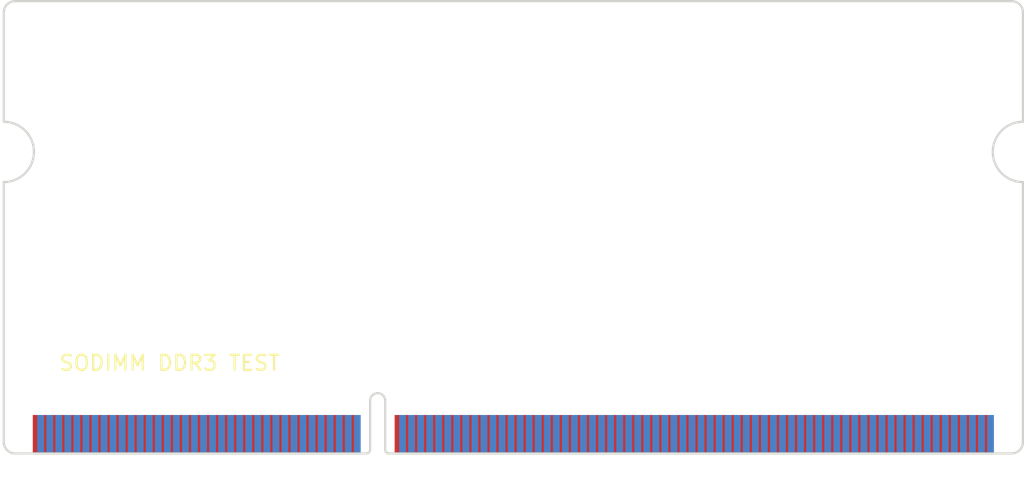
<source format=kicad_pcb>
(kicad_pcb (version 20221018) (generator pcbnew)
  (layers (0 "F.Cu" signal) (31 "B.Cu" signal) (34 "B.Paste" user) (35 "F.Paste" user) (36 "B.SilkS" user "B.Silkscreen") (37 "F.SilkS" user "F.Silkscreen") (38 "B.Mask" user) (39 "F.Mask" user) (44 "Edge.Cuts" user))
  (net 0 "")
  (footprint "SODIMM:SODIMM_DDR3_EDGE" (layer "F.Cu") (at 100 100)
    (fp_text reference "SODIMM DDR3 TEST" (at 11 -6) (layer "F.SilkS"))
    (fp_text value "SODIMM DDR3 EDGE")
    (pad "" np_thru_hole circle (at 2 -6) (size 1.8 1.8) (drill 1.8) (layers "*.Cu" "*.Mask"))
    (pad "" np_thru_hole circle (at 65.6 -6) (size 1.8 1.8) (drill 1.8) (layers "*.Cu" "*.Mask"))
    (pad "1" smd rect (at 2.15 -1.3) (size 0.45 2.5) (layers "F.Cu" "F.Mask"))
    (pad "2" smd rect (at 2.45 -1.3) (size 0.45 2.5) (layers "B.Cu" "B.Mask"))
    (pad "3" smd rect (at 2.75 -1.3) (size 0.45 2.5) (layers "F.Cu" "F.Mask"))
    (pad "4" smd rect (at 3.05 -1.3) (size 0.45 2.5) (layers "B.Cu" "B.Mask"))
    (pad "5" smd rect (at 3.35 -1.3) (size 0.45 2.5) (layers "F.Cu" "F.Mask"))
    (pad "6" smd rect (at 3.65 -1.3) (size 0.45 2.5) (layers "B.Cu" "B.Mask"))
    (pad "7" smd rect (at 3.95 -1.3) (size 0.45 2.5) (layers "F.Cu" "F.Mask"))
    (pad "8" smd rect (at 4.25 -1.3) (size 0.45 2.5) (layers "B.Cu" "B.Mask"))
    (pad "9" smd rect (at 4.55 -1.3) (size 0.45 2.5) (layers "F.Cu" "F.Mask"))
    (pad "10" smd rect (at 4.85 -1.3) (size 0.45 2.5) (layers "B.Cu" "B.Mask"))
    (pad "11" smd rect (at 5.15 -1.3) (size 0.45 2.5) (layers "F.Cu" "F.Mask"))
    (pad "12" smd rect (at 5.45 -1.3) (size 0.45 2.5) (layers "B.Cu" "B.Mask"))
    (pad "13" smd rect (at 5.75 -1.3) (size 0.45 2.5) (layers "F.Cu" "F.Mask"))
    (pad "14" smd rect (at 6.05 -1.3) (size 0.45 2.5) (layers "B.Cu" "B.Mask"))
    (pad "15" smd rect (at 6.35 -1.3) (size 0.45 2.5) (layers "F.Cu" "F.Mask"))
    (pad "16" smd rect (at 6.65 -1.3) (size 0.45 2.5) (layers "B.Cu" "B.Mask"))
    (pad "17" smd rect (at 6.95 -1.3) (size 0.45 2.5) (layers "F.Cu" "F.Mask"))
    (pad "18" smd rect (at 7.25 -1.3) (size 0.45 2.5) (layers "B.Cu" "B.Mask"))
    (pad "19" smd rect (at 7.55 -1.3) (size 0.45 2.5) (layers "F.Cu" "F.Mask"))
    (pad "20" smd rect (at 7.85 -1.3) (size 0.45 2.5) (layers "B.Cu" "B.Mask"))
    (pad "21" smd rect (at 8.15 -1.3) (size 0.45 2.5) (layers "F.Cu" "F.Mask"))
    (pad "22" smd rect (at 8.45 -1.3) (size 0.45 2.5) (layers "B.Cu" "B.Mask"))
    (pad "23" smd rect (at 8.75 -1.3) (size 0.45 2.5) (layers "F.Cu" "F.Mask"))
    (pad "24" smd rect (at 9.05 -1.3) (size 0.45 2.5) (layers "B.Cu" "B.Mask"))
    (pad "25" smd rect (at 9.35 -1.3) (size 0.45 2.5) (layers "F.Cu" "F.Mask"))
    (pad "26" smd rect (at 9.65 -1.3) (size 0.45 2.5) (layers "B.Cu" "B.Mask"))
    (pad "27" smd rect (at 9.95 -1.3) (size 0.45 2.5) (layers "F.Cu" "F.Mask"))
    (pad "28" smd rect (at 10.25 -1.3) (size 0.45 2.5) (layers "B.Cu" "B.Mask"))
    (pad "29" smd rect (at 10.55 -1.3) (size 0.45 2.5) (layers "F.Cu" "F.Mask"))
    (pad "30" smd rect (at 10.85 -1.3) (size 0.45 2.5) (layers "B.Cu" "B.Mask"))
    (pad "31" smd rect (at 11.15 -1.3) (size 0.45 2.5) (layers "F.Cu" "F.Mask"))
    (pad "32" smd rect (at 11.45 -1.3) (size 0.45 2.5) (layers "B.Cu" "B.Mask"))
    (pad "33" smd rect (at 11.75 -1.3) (size 0.45 2.5) (layers "F.Cu" "F.Mask"))
    (pad "34" smd rect (at 12.05 -1.3) (size 0.45 2.5) (layers "B.Cu" "B.Mask"))
    (pad "35" smd rect (at 12.35 -1.3) (size 0.45 2.5) (layers "F.Cu" "F.Mask"))
    (pad "36" smd rect (at 12.65 -1.3) (size 0.45 2.5) (layers "B.Cu" "B.Mask"))
    (pad "37" smd rect (at 12.95 -1.3) (size 0.45 2.5) (layers "F.Cu" "F.Mask"))
    (pad "38" smd rect (at 13.25 -1.3) (size 0.45 2.5) (layers "B.Cu" "B.Mask"))
    (pad "39" smd rect (at 13.55 -1.3) (size 0.45 2.5) (layers "F.Cu" "F.Mask"))
    (pad "40" smd rect (at 13.85 -1.3) (size 0.45 2.5) (layers "B.Cu" "B.Mask"))
    (pad "41" smd rect (at 14.15 -1.3) (size 0.45 2.5) (layers "F.Cu" "F.Mask"))
    (pad "42" smd rect (at 14.45 -1.3) (size 0.45 2.5) (layers "B.Cu" "B.Mask"))
    (pad "43" smd rect (at 14.75 -1.3) (size 0.45 2.5) (layers "F.Cu" "F.Mask"))
    (pad "44" smd rect (at 15.05 -1.3) (size 0.45 2.5) (layers "B.Cu" "B.Mask"))
    (pad "45" smd rect (at 15.35 -1.3) (size 0.45 2.5) (layers "F.Cu" "F.Mask"))
    (pad "46" smd rect (at 15.65 -1.3) (size 0.45 2.5) (layers "B.Cu" "B.Mask"))
    (pad "47" smd rect (at 15.95 -1.3) (size 0.45 2.5) (layers "F.Cu" "F.Mask"))
    (pad "48" smd rect (at 16.25 -1.3) (size 0.45 2.5) (layers "B.Cu" "B.Mask"))
    (pad "49" smd rect (at 16.55 -1.3) (size 0.45 2.5) (layers "F.Cu" "F.Mask"))
    (pad "50" smd rect (at 16.85 -1.3) (size 0.45 2.5) (layers "B.Cu" "B.Mask"))
    (pad "51" smd rect (at 17.15 -1.3) (size 0.45 2.5) (layers "F.Cu" "F.Mask"))
    (pad "52" smd rect (at 17.45 -1.3) (size 0.45 2.5) (layers "B.Cu" "B.Mask"))
    (pad "53" smd rect (at 17.75 -1.3) (size 0.45 2.5) (layers "F.Cu" "F.Mask"))
    (pad "54" smd rect (at 18.05 -1.3) (size 0.45 2.5) (layers "B.Cu" "B.Mask"))
    (pad "55" smd rect (at 18.35 -1.3) (size 0.45 2.5) (layers "F.Cu" "F.Mask"))
    (pad "56" smd rect (at 18.65 -1.3) (size 0.45 2.5) (layers "B.Cu" "B.Mask"))
    (pad "57" smd rect (at 18.95 -1.3) (size 0.45 2.5) (layers "F.Cu" "F.Mask"))
    (pad "58" smd rect (at 19.25 -1.3) (size 0.45 2.5) (layers "B.Cu" "B.Mask"))
    (pad "59" smd rect (at 19.55 -1.3) (size 0.45 2.5) (layers "F.Cu" "F.Mask"))
    (pad "60" smd rect (at 19.85 -1.3) (size 0.45 2.5) (layers "B.Cu" "B.Mask"))
    (pad "61" smd rect (at 20.15 -1.3) (size 0.45 2.5) (layers "F.Cu" "F.Mask"))
    (pad "62" smd rect (at 20.45 -1.3) (size 0.45 2.5) (layers "B.Cu" "B.Mask"))
    (pad "63" smd rect (at 20.75 -1.3) (size 0.45 2.5) (layers "F.Cu" "F.Mask"))
    (pad "64" smd rect (at 21.05 -1.3) (size 0.45 2.5) (layers "B.Cu" "B.Mask"))
    (pad "65" smd rect (at 21.35 -1.3) (size 0.45 2.5) (layers "F.Cu" "F.Mask"))
    (pad "66" smd rect (at 21.65 -1.3) (size 0.45 2.5) (layers "B.Cu" "B.Mask"))
    (pad "67" smd rect (at 21.95 -1.3) (size 0.45 2.5) (layers "F.Cu" "F.Mask"))
    (pad "68" smd rect (at 22.25 -1.3) (size 0.45 2.5) (layers "B.Cu" "B.Mask"))
    (pad "69" smd rect (at 22.55 -1.3) (size 0.45 2.5) (layers "F.Cu" "F.Mask"))
    (pad "70" smd rect (at 22.85 -1.3) (size 0.45 2.5) (layers "B.Cu" "B.Mask"))
    (pad "71" smd rect (at 23.15 -1.3) (size 0.45 2.5) (layers "F.Cu" "F.Mask"))
    (pad "72" smd rect (at 23.45 -1.3) (size 0.45 2.5) (layers "B.Cu" "B.Mask"))
    (pad "73" smd rect (at 26.15 -1.3) (size 0.45 2.5) (layers "F.Cu" "F.Mask"))
    (pad "74" smd rect (at 26.45 -1.3) (size 0.45 2.5) (layers "B.Cu" "B.Mask"))
    (pad "75" smd rect (at 26.75 -1.3) (size 0.45 2.5) (layers "F.Cu" "F.Mask"))
    (pad "76" smd rect (at 27.05 -1.3) (size 0.45 2.5) (layers "B.Cu" "B.Mask"))
    (pad "77" smd rect (at 27.35 -1.3) (size 0.45 2.5) (layers "F.Cu" "F.Mask"))
    (pad "78" smd rect (at 27.65 -1.3) (size 0.45 2.5) (layers "B.Cu" "B.Mask"))
    (pad "79" smd rect (at 27.95 -1.3) (size 0.45 2.5) (layers "F.Cu" "F.Mask"))
    (pad "80" smd rect (at 28.25 -1.3) (size 0.45 2.5) (layers "B.Cu" "B.Mask"))
    (pad "81" smd rect (at 28.55 -1.3) (size 0.45 2.5) (layers "F.Cu" "F.Mask"))
    (pad "82" smd rect (at 28.85 -1.3) (size 0.45 2.5) (layers "B.Cu" "B.Mask"))
    (pad "83" smd rect (at 29.15 -1.3) (size 0.45 2.5) (layers "F.Cu" "F.Mask"))
    (pad "84" smd rect (at 29.45 -1.3) (size 0.45 2.5) (layers "B.Cu" "B.Mask"))
    (pad "85" smd rect (at 29.75 -1.3) (size 0.45 2.5) (layers "F.Cu" "F.Mask"))
    (pad "86" smd rect (at 30.05 -1.3) (size 0.45 2.5) (layers "B.Cu" "B.Mask"))
    (pad "87" smd rect (at 30.35 -1.3) (size 0.45 2.5) (layers "F.Cu" "F.Mask"))
    (pad "88" smd rect (at 30.65 -1.3) (size 0.45 2.5) (layers "B.Cu" "B.Mask"))
    (pad "89" smd rect (at 30.95 -1.3) (size 0.45 2.5) (layers "F.Cu" "F.Mask"))
    (pad "90" smd rect (at 31.25 -1.3) (size 0.45 2.5) (layers "B.Cu" "B.Mask"))
    (pad "91" smd rect (at 31.55 -1.3) (size 0.45 2.5) (layers "F.Cu" "F.Mask"))
    (pad "92" smd rect (at 31.85 -1.3) (size 0.45 2.5) (layers "B.Cu" "B.Mask"))
    (pad "93" smd rect (at 32.15 -1.3) (size 0.45 2.5) (layers "F.Cu" "F.Mask"))
    (pad "94" smd rect (at 32.45 -1.3) (size 0.45 2.5) (layers "B.Cu" "B.Mask"))
    (pad "95" smd rect (at 32.75 -1.3) (size 0.45 2.5) (layers "F.Cu" "F.Mask"))
    (pad "96" smd rect (at 33.05 -1.3) (size 0.45 2.5) (layers "B.Cu" "B.Mask"))
    (pad "97" smd rect (at 33.35 -1.3) (size 0.45 2.5) (layers "F.Cu" "F.Mask"))
    (pad "98" smd rect (at 33.65 -1.3) (size 0.45 2.5) (layers "B.Cu" "B.Mask"))
    (pad "99" smd rect (at 33.95 -1.3) (size 0.45 2.5) (layers "F.Cu" "F.Mask"))
    (pad "100" smd rect (at 34.25 -1.3) (size 0.45 2.5) (layers "B.Cu" "B.Mask"))
    (pad "101" smd rect (at 34.55 -1.3) (size 0.45 2.5) (layers "F.Cu" "F.Mask"))
    (pad "102" smd rect (at 34.85 -1.3) (size 0.45 2.5) (layers "B.Cu" "B.Mask"))
    (pad "103" smd rect (at 35.15 -1.3) (size 0.45 2.5) (layers "F.Cu" "F.Mask"))
    (pad "104" smd rect (at 35.45 -1.3) (size 0.45 2.5) (layers "B.Cu" "B.Mask"))
    (pad "105" smd rect (at 35.75 -1.3) (size 0.45 2.5) (layers "F.Cu" "F.Mask"))
    (pad "106" smd rect (at 36.05 -1.3) (size 0.45 2.5) (layers "B.Cu" "B.Mask"))
    (pad "107" smd rect (at 36.35 -1.3) (size 0.45 2.5) (layers "F.Cu" "F.Mask"))
    (pad "108" smd rect (at 36.65 -1.3) (size 0.45 2.5) (layers "B.Cu" "B.Mask"))
    (pad "109" smd rect (at 36.95 -1.3) (size 0.45 2.5) (layers "F.Cu" "F.Mask"))
    (pad "110" smd rect (at 37.25 -1.3) (size 0.45 2.5) (layers "B.Cu" "B.Mask"))
    (pad "111" smd rect (at 37.55 -1.3) (size 0.45 2.5) (layers "F.Cu" "F.Mask"))
    (pad "112" smd rect (at 37.85 -1.3) (size 0.45 2.5) (layers "B.Cu" "B.Mask"))
    (pad "113" smd rect (at 38.15 -1.3) (size 0.45 2.5) (layers "F.Cu" "F.Mask"))
    (pad "114" smd rect (at 38.45 -1.3) (size 0.45 2.5) (layers "B.Cu" "B.Mask"))
    (pad "115" smd rect (at 38.75 -1.3) (size 0.45 2.5) (layers "F.Cu" "F.Mask"))
    (pad "116" smd rect (at 39.05 -1.3) (size 0.45 2.5) (layers "B.Cu" "B.Mask"))
    (pad "117" smd rect (at 39.35 -1.3) (size 0.45 2.5) (layers "F.Cu" "F.Mask"))
    (pad "118" smd rect (at 39.65 -1.3) (size 0.45 2.5) (layers "B.Cu" "B.Mask"))
    (pad "119" smd rect (at 39.95 -1.3) (size 0.45 2.5) (layers "F.Cu" "F.Mask"))
    (pad "120" smd rect (at 40.25 -1.3) (size 0.45 2.5) (layers "B.Cu" "B.Mask"))
    (pad "121" smd rect (at 40.55 -1.3) (size 0.45 2.5) (layers "F.Cu" "F.Mask"))
    (pad "122" smd rect (at 40.85 -1.3) (size 0.45 2.5) (layers "B.Cu" "B.Mask"))
    (pad "123" smd rect (at 41.15 -1.3) (size 0.45 2.5) (layers "F.Cu" "F.Mask"))
    (pad "124" smd rect (at 41.45 -1.3) (size 0.45 2.5) (layers "B.Cu" "B.Mask"))
    (pad "125" smd rect (at 41.75 -1.3) (size 0.45 2.5) (layers "F.Cu" "F.Mask"))
    (pad "126" smd rect (at 42.05 -1.3) (size 0.45 2.5) (layers "B.Cu" "B.Mask"))
    (pad "127" smd rect (at 42.35 -1.3) (size 0.45 2.5) (layers "F.Cu" "F.Mask"))
    (pad "128" smd rect (at 42.65 -1.3) (size 0.45 2.5) (layers "B.Cu" "B.Mask"))
    (pad "129" smd rect (at 42.95 -1.3) (size 0.45 2.5) (layers "F.Cu" "F.Mask"))
    (pad "130" smd rect (at 43.25 -1.3) (size 0.45 2.5) (layers "B.Cu" "B.Mask"))
    (pad "131" smd rect (at 43.55 -1.3) (size 0.45 2.5) (layers "F.Cu" "F.Mask"))
    (pad "132" smd rect (at 43.85 -1.3) (size 0.45 2.5) (layers "B.Cu" "B.Mask"))
    (pad "133" smd rect (at 44.15 -1.3) (size 0.45 2.5) (layers "F.Cu" "F.Mask"))
    (pad "134" smd rect (at 44.45 -1.3) (size 0.45 2.5) (layers "B.Cu" "B.Mask"))
    (pad "135" smd rect (at 44.75 -1.3) (size 0.45 2.5) (layers "F.Cu" "F.Mask"))
    (pad "136" smd rect (at 45.05 -1.3) (size 0.45 2.5) (layers "B.Cu" "B.Mask"))
    (pad "137" smd rect (at 45.35 -1.3) (size 0.45 2.5) (layers "F.Cu" "F.Mask"))
    (pad "138" smd rect (at 45.65 -1.3) (size 0.45 2.5) (layers "B.Cu" "B.Mask"))
    (pad "139" smd rect (at 45.95 -1.3) (size 0.45 2.5) (layers "F.Cu" "F.Mask"))
    (pad "140" smd rect (at 46.25 -1.3) (size 0.45 2.5) (layers "B.Cu" "B.Mask"))
    (pad "141" smd rect (at 46.55 -1.3) (size 0.45 2.5) (layers "F.Cu" "F.Mask"))
    (pad "142" smd rect (at 46.85 -1.3) (size 0.45 2.5) (layers "B.Cu" "B.Mask"))
    (pad "143" smd rect (at 47.15 -1.3) (size 0.45 2.5) (layers "F.Cu" "F.Mask"))
    (pad "144" smd rect (at 47.45 -1.3) (size 0.45 2.5) (layers "B.Cu" "B.Mask"))
    (pad "145" smd rect (at 47.75 -1.3) (size 0.45 2.5) (layers "F.Cu" "F.Mask"))
    (pad "146" smd rect (at 48.05 -1.3) (size 0.45 2.5) (layers "B.Cu" "B.Mask"))
    (pad "147" smd rect (at 48.35 -1.3) (size 0.45 2.5) (layers "F.Cu" "F.Mask"))
    (pad "148" smd rect (at 48.65 -1.3) (size 0.45 2.5) (layers "B.Cu" "B.Mask"))
    (pad "149" smd rect (at 48.95 -1.3) (size 0.45 2.5) (layers "F.Cu" "F.Mask"))
    (pad "150" smd rect (at 49.25 -1.3) (size 0.45 2.5) (layers "B.Cu" "B.Mask"))
    (pad "151" smd rect (at 49.55 -1.3) (size 0.45 2.5) (layers "F.Cu" "F.Mask"))
    (pad "152" smd rect (at 49.85 -1.3) (size 0.45 2.5) (layers "B.Cu" "B.Mask"))
    (pad "153" smd rect (at 50.15 -1.3) (size 0.45 2.5) (layers "F.Cu" "F.Mask"))
    (pad "154" smd rect (at 50.45 -1.3) (size 0.45 2.5) (layers "B.Cu" "B.Mask"))
    (pad "155" smd rect (at 50.75 -1.3) (size 0.45 2.5) (layers "F.Cu" "F.Mask"))
    (pad "156" smd rect (at 51.05 -1.3) (size 0.45 2.5) (layers "B.Cu" "B.Mask"))
    (pad "157" smd rect (at 51.35 -1.3) (size 0.45 2.5) (layers "F.Cu" "F.Mask"))
    (pad "158" smd rect (at 51.65 -1.3) (size 0.45 2.5) (layers "B.Cu" "B.Mask"))
    (pad "159" smd rect (at 51.95 -1.3) (size 0.45 2.5) (layers "F.Cu" "F.Mask"))
    (pad "160" smd rect (at 52.25 -1.3) (size 0.45 2.5) (layers "B.Cu" "B.Mask"))
    (pad "161" smd rect (at 52.55 -1.3) (size 0.45 2.5) (layers "F.Cu" "F.Mask"))
    (pad "162" smd rect (at 52.85 -1.3) (size 0.45 2.5) (layers "B.Cu" "B.Mask"))
    (pad "163" smd rect (at 53.15 -1.3) (size 0.45 2.5) (layers "F.Cu" "F.Mask"))
    (pad "164" smd rect (at 53.45 -1.3) (size 0.45 2.5) (layers "B.Cu" "B.Mask"))
    (pad "165" smd rect (at 53.75 -1.3) (size 0.45 2.5) (layers "F.Cu" "F.Mask"))
    (pad "166" smd rect (at 54.05 -1.3) (size 0.45 2.5) (layers "B.Cu" "B.Mask"))
    (pad "167" smd rect (at 54.35 -1.3) (size 0.45 2.5) (layers "F.Cu" "F.Mask"))
    (pad "168" smd rect (at 54.65 -1.3) (size 0.45 2.5) (layers "B.Cu" "B.Mask"))
    (pad "169" smd rect (at 54.95 -1.3) (size 0.45 2.5) (layers "F.Cu" "F.Mask"))
    (pad "170" smd rect (at 55.25 -1.3) (size 0.45 2.5) (layers "B.Cu" "B.Mask"))
    (pad "171" smd rect (at 55.55 -1.3) (size 0.45 2.5) (layers "F.Cu" "F.Mask"))
    (pad "172" smd rect (at 55.85 -1.3) (size 0.45 2.5) (layers "B.Cu" "B.Mask"))
    (pad "173" smd rect (at 56.15 -1.3) (size 0.45 2.5) (layers "F.Cu" "F.Mask"))
    (pad "174" smd rect (at 56.45 -1.3) (size 0.45 2.5) (layers "B.Cu" "B.Mask"))
    (pad "175" smd rect (at 56.75 -1.3) (size 0.45 2.5) (layers "F.Cu" "F.Mask"))
    (pad "176" smd rect (at 57.05 -1.3) (size 0.45 2.5) (layers "B.Cu" "B.Mask"))
    (pad "177" smd rect (at 57.35 -1.3) (size 0.45 2.5) (layers "F.Cu" "F.Mask"))
    (pad "178" smd rect (at 57.65 -1.3) (size 0.45 2.5) (layers "B.Cu" "B.Mask"))
    (pad "179" smd rect (at 57.95 -1.3) (size 0.45 2.5) (layers "F.Cu" "F.Mask"))
    (pad "180" smd rect (at 58.25 -1.3) (size 0.45 2.5) (layers "B.Cu" "B.Mask"))
    (pad "181" smd rect (at 58.55 -1.3) (size 0.45 2.5) (layers "F.Cu" "F.Mask"))
    (pad "182" smd rect (at 58.85 -1.3) (size 0.45 2.5) (layers "B.Cu" "B.Mask"))
    (pad "183" smd rect (at 59.15 -1.3) (size 0.45 2.5) (layers "F.Cu" "F.Mask"))
    (pad "184" smd rect (at 59.45 -1.3) (size 0.45 2.5) (layers "B.Cu" "B.Mask"))
    (pad "185" smd rect (at 59.75 -1.3) (size 0.45 2.5) (layers "F.Cu" "F.Mask"))
    (pad "186" smd rect (at 60.05 -1.3) (size 0.45 2.5) (layers "B.Cu" "B.Mask"))
    (pad "187" smd rect (at 60.35 -1.3) (size 0.45 2.5) (layers "F.Cu" "F.Mask"))
    (pad "188" smd rect (at 60.65 -1.3) (size 0.45 2.5) (layers "B.Cu" "B.Mask"))
    (pad "189" smd rect (at 60.95 -1.3) (size 0.45 2.5) (layers "F.Cu" "F.Mask"))
    (pad "190" smd rect (at 61.25 -1.3) (size 0.45 2.5) (layers "B.Cu" "B.Mask"))
    (pad "191" smd rect (at 61.55 -1.3) (size 0.45 2.5) (layers "F.Cu" "F.Mask"))
    (pad "192" smd rect (at 61.85 -1.3) (size 0.45 2.5) (layers "B.Cu" "B.Mask"))
    (pad "193" smd rect (at 62.15 -1.3) (size 0.45 2.5) (layers "F.Cu" "F.Mask"))
    (pad "194" smd rect (at 62.45 -1.3) (size 0.45 2.5) (layers "B.Cu" "B.Mask"))
    (pad "195" smd rect (at 62.75 -1.3) (size 0.45 2.5) (layers "F.Cu" "F.Mask"))
    (pad "196" smd rect (at 63.05 -1.3) (size 0.45 2.5) (layers "B.Cu" "B.Mask"))
    (pad "197" smd rect (at 63.35 -1.3) (size 0.45 2.5) (layers "F.Cu" "F.Mask"))
    (pad "198" smd rect (at 63.65 -1.3) (size 0.45 2.5) (layers "B.Cu" "B.Mask"))
    (pad "199" smd rect (at 63.95 -1.3) (size 0.45 2.5) (layers "F.Cu" "F.Mask"))
    (pad "200" smd rect (at 64.25 -1.3) (size 0.45 2.5) (layers "B.Cu" "B.Mask"))
    (pad "201" smd rect (at 64.55 -1.3) (size 0.45 2.5) (layers "F.Cu" "F.Mask"))
    (pad "202" smd rect (at 64.85 -1.3) (size 0.45 2.5) (layers "B.Cu" "B.Mask"))
    (pad "203" smd rect (at 65.15 -1.3) (size 0.45 2.5) (layers "F.Cu" "F.Mask"))
    (pad "204" smd rect (at 65.45 -1.3) (size 0.45 2.5) (layers "B.Cu" "B.Mask"))
  )
  (gr_arc (start 167.6 82) (mid 165.6 80) (end 167.6 78) (stroke (width 0.15)) (layer "Edge.Cuts"))
  (gr_line (start 125.55 100) (end 166.85 100) (stroke (width 0.15)) (layer "Edge.Cuts"))
  (gr_arc (start 100.75 100) (mid 100.21967 99.78033) (end 100 99.25) (stroke (width 0.15)) (layer "Edge.Cuts"))
  (gr_line (start 100.75 100) (end 124.05 100) (stroke (width 0.15)) (layer "Edge.Cuts"))
  (gr_line (start 167.6 78) (end 167.6 70.75) (stroke (width 0.15)) (layer "Edge.Cuts"))
  (gr_arc (start 167.6 99.25) (mid 167.38033 99.78033) (end 166.85 100) (stroke (width 0.15)) (layer "Edge.Cuts"))
  (gr_line (start 100 70.75) (end 100 78) (stroke (width 0.15)) (layer "Edge.Cuts"))
  (gr_line (start 124.3 96.5) (end 124.3 99.75) (stroke (width 0.15)) (layer "Edge.Cuts"))
  (gr_line (start 167.6 82) (end 167.6 99.25) (stroke (width 0.15)) (layer "Edge.Cuts"))
  (gr_arc (start 124.3 99.75) (mid 124.226777 99.926777) (end 124.05 100) (stroke (width 0.15)) (layer "Edge.Cuts"))
  (gr_line (start 166.85 70) (end 100.75 70) (stroke (width 0.15)) (layer "Edge.Cuts"))
  (gr_arc (start 125.55 100) (mid 125.373223 99.926777) (end 125.3 99.75) (stroke (width 0.15)) (layer "Edge.Cuts"))
  (gr_arc (start 124.3 96.5) (mid 124.8 96) (end 125.3 96.5) (stroke (width 0.15)) (layer "Edge.Cuts"))
  (gr_line (start 125.3 96.5) (end 125.3 99.75) (stroke (width 0.15)) (layer "Edge.Cuts"))
  (gr_line (start 100 82) (end 100 99.25) (stroke (width 0.15)) (layer "Edge.Cuts"))
  (gr_arc (start 166.85 70) (mid 167.38033 70.21967) (end 167.6 70.75) (stroke (width 0.15)) (layer "Edge.Cuts"))
  (gr_arc (start 100 78) (mid 102 80) (end 100 82) (stroke (width 0.15)) (layer "Edge.Cuts"))
  (gr_arc (start 100 70.75) (mid 100.219207 70.220133) (end 100.748691 70.000001) (stroke (width 0.15)) (layer "Edge.Cuts"))
)
</source>
